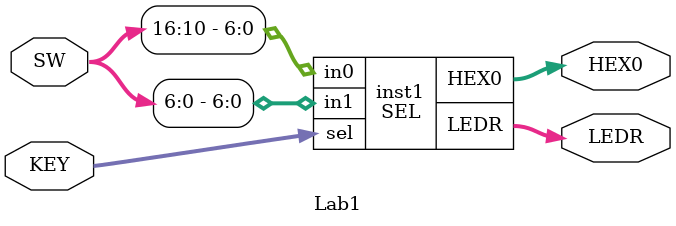
<source format=v>

module my21mux(sel, in0, in1, y);
input sel, in0, in1;
output y;

and inst1(o1, sel,in0);
not negat(cond,sel);
and inst2(o2, cond, in1);
or inst3(y,o1, o2);

// structural verilog 21mux //
//go back to tutorial for tips on connecting and creating gates//
endmodule

module my7bit21mux(sel, in0, in1, y);
input sel;
input [6:0] in0, in1;
output [6:0] y;
my21mux inst1[6:0](sel, in0, in1, y);
endmodule

module SEL(sel, in0, in1,LEDR, HEX0 );
input [3:0] sel;
input [6:0] in0, in1;
output [6:0] LEDR;
output [6:0] HEX0;
wire [6:0]temp;

my7bit21mux inst1(~sel[3], in0, in1, temp); //compensate for active low KEY3
assign LEDR = temp;
assign HEX0 = ~temp;


endmodule

module Lab1(KEY, SW, LEDR, HEX0);
input [3:0] KEY;
input [17:0] SW;
output [6:0] LEDR;
output [6:0] HEX0;
SEL inst1(KEY, SW[16:10], SW[6:0], LEDR, HEX0);
endmodule


</source>
